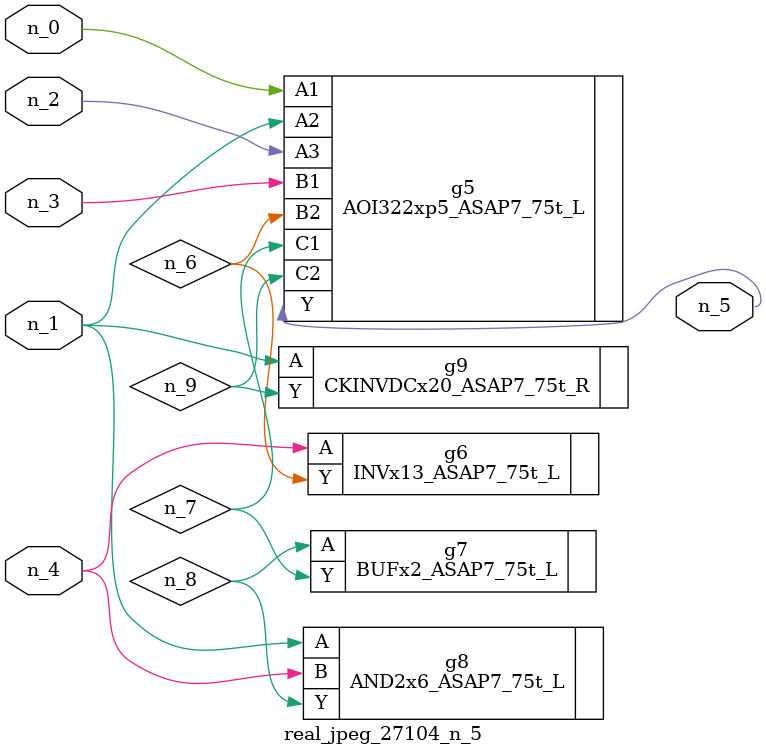
<source format=v>
module real_jpeg_27104_n_5 (n_4, n_0, n_1, n_2, n_3, n_5);

input n_4;
input n_0;
input n_1;
input n_2;
input n_3;

output n_5;

wire n_8;
wire n_6;
wire n_7;
wire n_9;

AOI322xp5_ASAP7_75t_L g5 ( 
.A1(n_0),
.A2(n_1),
.A3(n_2),
.B1(n_3),
.B2(n_6),
.C1(n_7),
.C2(n_9),
.Y(n_5)
);

AND2x6_ASAP7_75t_L g8 ( 
.A(n_1),
.B(n_4),
.Y(n_8)
);

CKINVDCx20_ASAP7_75t_R g9 ( 
.A(n_1),
.Y(n_9)
);

INVx13_ASAP7_75t_L g6 ( 
.A(n_4),
.Y(n_6)
);

BUFx2_ASAP7_75t_L g7 ( 
.A(n_8),
.Y(n_7)
);


endmodule
</source>
